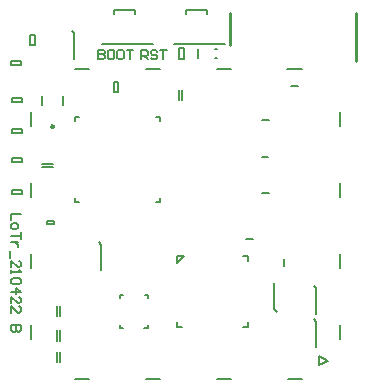
<source format=gbr>
%TF.GenerationSoftware,Altium Limited,Altium Designer,21.4.1 (30)*%
G04 Layer_Color=65535*
%FSLAX26Y26*%
%MOIN*%
%TF.SameCoordinates,A13BDBB0-CAD7-4838-8454-AA6E24CDD61A*%
%TF.FilePolarity,Positive*%
%TF.FileFunction,Legend,Top*%
%TF.Part,Single*%
G01*
G75*
%TA.AperFunction,NonConductor*%
%ADD48C,0.007874*%
%ADD59C,0.008000*%
%ADD60C,0.005906*%
%ADD61C,0.010000*%
%ADD62C,0.007087*%
%ADD75C,0.009842*%
D48*
X264274Y933972D02*
Y965468D01*
X193407Y933972D02*
Y965468D01*
X713842Y1090349D02*
Y1121845D01*
X769944Y1121845D02*
X777818D01*
X769944Y1090349D02*
X777818D01*
X1118111Y66930D02*
Y98426D01*
X539567Y22933D02*
X586812D01*
X303347D02*
X350591D01*
X775788D02*
X823032D01*
X1012008D02*
X1059253D01*
X156229Y391702D02*
Y438946D01*
Y155481D02*
Y202726D01*
Y627922D02*
Y675167D01*
Y864143D02*
Y911387D01*
X1187707Y391676D02*
Y438920D01*
Y155456D02*
Y202700D01*
Y627897D02*
Y675141D01*
Y864117D02*
Y911361D01*
X775414Y1054857D02*
X822658D01*
X1011634D02*
X1058878D01*
X539193D02*
X586437D01*
X302973D02*
X350217D01*
X303074Y882620D02*
Y895415D01*
Y611951D02*
Y624746D01*
X573743Y611951D02*
X586538D01*
X303074D02*
X315869D01*
X586538Y882620D02*
Y895415D01*
Y611951D02*
Y624746D01*
X573743Y895415D02*
X586538D01*
X303074D02*
X315869D01*
X1106300Y126902D02*
Y170209D01*
Y209579D01*
Y170209D02*
Y212483D01*
X1098426Y221391D02*
X1106300Y212483D01*
X673661Y1236850D02*
Y1251850D01*
X743661Y1236850D02*
Y1251850D01*
X673661D02*
X743661D01*
X633661Y1136850D02*
X803661D01*
X967404Y254198D02*
X975278Y245291D01*
X967404Y254198D02*
Y296472D01*
Y257101D02*
Y296472D01*
Y339779D01*
X1098426Y332465D02*
X1106300Y323558D01*
Y281284D02*
Y323558D01*
Y281284D02*
Y320654D01*
Y237977D02*
Y281284D01*
X383469Y477714D02*
X391343Y468806D01*
Y426533D02*
Y468806D01*
Y426533D02*
Y465903D01*
Y383226D02*
Y426533D01*
X292272Y1182869D02*
X300146Y1173961D01*
Y1131688D02*
Y1173961D01*
Y1131688D02*
Y1171058D01*
Y1088381D02*
Y1131688D01*
X1118111Y66930D02*
X1145670Y82678D01*
X1118111Y98426D02*
X1145670Y82678D01*
X393365Y1136850D02*
X563365D01*
X433365Y1251850D02*
X503365D01*
Y1236850D02*
Y1251850D01*
X433365Y1236850D02*
Y1251850D01*
X381387Y1119121D02*
Y1087635D01*
X397130D01*
X402378Y1092883D01*
Y1098130D01*
X397130Y1103378D01*
X381387D01*
X397130D01*
X402378Y1108626D01*
Y1113873D01*
X397130Y1119121D01*
X381387D01*
X428616D02*
X418121D01*
X412873Y1113873D01*
Y1092883D01*
X418121Y1087635D01*
X428616D01*
X433864Y1092883D01*
Y1113873D01*
X428616Y1119121D01*
X460102D02*
X449607D01*
X444359Y1113873D01*
Y1092883D01*
X449607Y1087635D01*
X460102D01*
X465350Y1092883D01*
Y1113873D01*
X460102Y1119121D01*
X475845D02*
X496836D01*
X486340D01*
Y1087635D01*
X524477Y1086405D02*
Y1117891D01*
X540220D01*
X545468Y1112643D01*
Y1102148D01*
X540220Y1096900D01*
X524477D01*
X534972D02*
X545468Y1086405D01*
X576954Y1112643D02*
X571706Y1117891D01*
X561211D01*
X555963Y1112643D01*
Y1107395D01*
X561211Y1102148D01*
X571706D01*
X576954Y1096900D01*
Y1091652D01*
X571706Y1086405D01*
X561211D01*
X555963Y1091652D01*
X587449Y1117891D02*
X608440D01*
X597944D01*
Y1086405D01*
D59*
X651228Y1123097D02*
X665228D01*
Y1089097D02*
Y1123097D01*
X651228Y1089097D02*
X665228D01*
X651228D02*
Y1123097D01*
X1000697Y398791D02*
Y420444D01*
X194812Y727903D02*
X228812D01*
X194812Y737903D02*
X228812D01*
X874047Y487314D02*
X895701D01*
X1023918Y998578D02*
X1045571D01*
X644138Y196191D02*
Y211939D01*
Y196191D02*
X659886D01*
X880246Y195938D02*
Y209718D01*
X864498Y195938D02*
X880246D01*
X880197Y415876D02*
Y431624D01*
X864449D02*
X880197D01*
X655319Y430607D02*
X667130D01*
X643508Y406985D02*
X667130Y430607D01*
X643508Y406985D02*
Y430607D01*
X655319D01*
X232473Y538308D02*
Y548308D01*
X208473Y538308D02*
Y548308D01*
X232473D01*
X208473Y538308D02*
X232473D01*
X154418Y1167996D02*
X168418D01*
Y1133996D02*
Y1167996D01*
X154418Y1133996D02*
X168418D01*
X154418D02*
Y1167996D01*
X253032Y149168D02*
Y183168D01*
X243032Y149168D02*
Y183168D01*
X254357Y232314D02*
Y266314D01*
X244357Y232314D02*
Y266314D01*
X93237Y944738D02*
X127237D01*
Y958738D01*
X93237D02*
X127237D01*
X93237Y944738D02*
Y958738D01*
Y743903D02*
X127237D01*
Y757903D01*
X93237D02*
X127237D01*
X93237Y743903D02*
Y757903D01*
Y653031D02*
X127237D01*
X93237Y639031D02*
Y653031D01*
Y639031D02*
X127237D01*
Y653031D01*
X93237Y856116D02*
X127237D01*
X93237Y842116D02*
Y856116D01*
Y842116D02*
X127237D01*
Y856116D01*
X254357Y76518D02*
Y110518D01*
X244357Y76518D02*
Y110518D01*
X447830Y978237D02*
Y1012237D01*
X433830D02*
X447830D01*
X433830Y978237D02*
Y1012237D01*
Y978237D02*
X447830D01*
X648543Y951561D02*
Y985561D01*
X658543Y951561D02*
Y985561D01*
X89290Y1066784D02*
X123290D01*
Y1080784D01*
X89290D02*
X123290D01*
X89290Y1066784D02*
Y1080784D01*
X926426Y760114D02*
X948079D01*
X927612Y639939D02*
X949266D01*
X928242Y884097D02*
X949895D01*
D60*
X546971Y190885D02*
Y200610D01*
X533931Y190885D02*
X546971D01*
X536294Y301003D02*
X546019D01*
Y290452D02*
Y301003D01*
X453499Y291279D02*
Y301003D01*
X464050D01*
X453499Y189783D02*
X463224D01*
X453499D02*
Y200334D01*
D61*
X1238563Y1080591D02*
Y1240591D01*
X821240Y1133996D02*
Y1240591D01*
D62*
X122688Y572797D02*
X91202D01*
Y551807D01*
Y536064D02*
Y525568D01*
X96450Y520321D01*
X106945D01*
X112193Y525568D01*
Y536064D01*
X106945Y541312D01*
X96450D01*
X91202Y536064D01*
X122688Y509826D02*
Y488835D01*
Y499330D01*
X91202D01*
X112193Y478340D02*
X91202D01*
X101698D01*
X106945Y473092D01*
X112193Y467844D01*
Y462597D01*
X85955Y446854D02*
Y425863D01*
X91202Y394377D02*
Y415368D01*
X112193Y394377D01*
X117441D01*
X122688Y399625D01*
Y410120D01*
X117441Y415368D01*
X91202Y383882D02*
Y373387D01*
Y378634D01*
X122688D01*
X117441Y383882D01*
Y357644D02*
X122688Y352396D01*
Y341901D01*
X117441Y336653D01*
X96450D01*
X91202Y341901D01*
Y352396D01*
X96450Y357644D01*
X117441D01*
X91202Y310415D02*
X122688D01*
X106945Y326158D01*
Y305167D01*
X91202Y273681D02*
Y294672D01*
X112193Y273681D01*
X117441D01*
X122688Y278929D01*
Y289424D01*
X117441Y294672D01*
X91202Y242195D02*
Y263186D01*
X112193Y242195D01*
X117441D01*
X122688Y247443D01*
Y257938D01*
X117441Y263186D01*
X122688Y200214D02*
X91202D01*
Y184471D01*
X96450Y179224D01*
X101698D01*
X106945Y184471D01*
Y200214D01*
Y184471D01*
X112193Y179224D01*
X117441D01*
X122688Y184471D01*
Y200214D01*
D75*
X233192Y862935D02*
G03*
X233192Y862935I-4921J0D01*
G01*
%TF.MD5,e670b93e9c590861f1a056da3fb3848e*%
M02*

</source>
